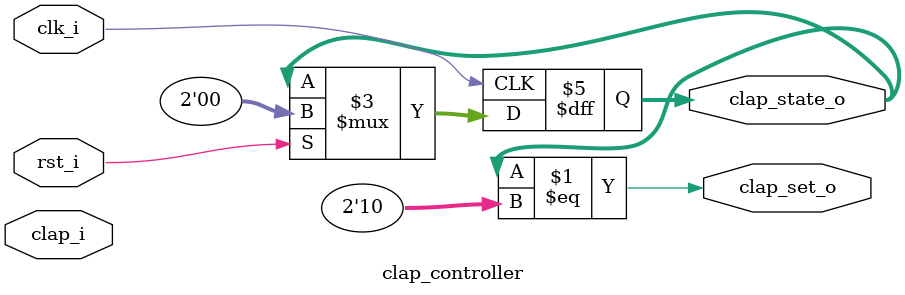
<source format=v>
`timescale 1ns / 1ps

module clap_controller (
    input clk_i,
    input rst_i,
    input clap_i,
    output reg [1:0] clap_state_o,
    output clap_set_o
);
    localparam [1:0]
        CLAP_ZERO = 2'b00,
        CLAP_ONE = 2'b01,
        CLAP_TWO = 2'b10;

    assign clap_set_o = (clap_state_o == CLAP_TWO);
    
    always @(posedge clk_i) begin
        if (rst_i) begin
            clap_state_o <= CLAP_ZERO;
        end else begin
        end
    end
    
endmodule
</source>
